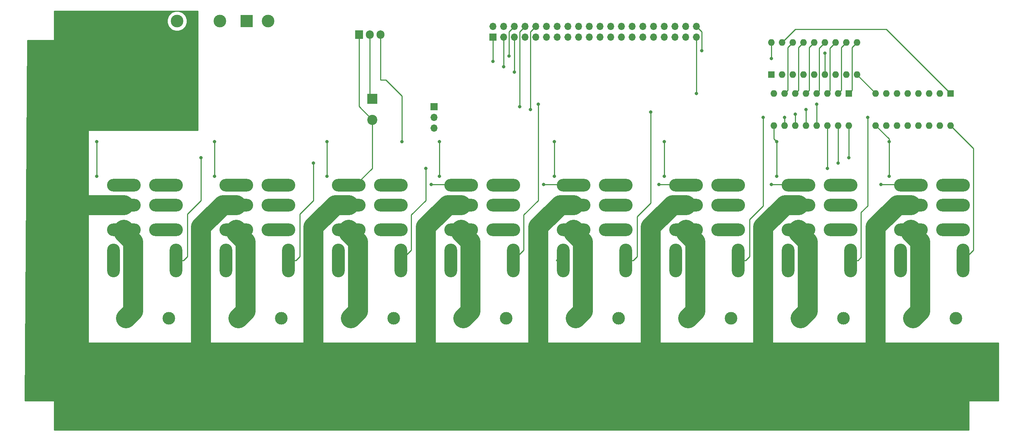
<source format=gbr>
%TF.GenerationSoftware,KiCad,Pcbnew,(5.1.12-1-10_14)*%
%TF.CreationDate,2022-01-09T10:09:14-08:00*%
%TF.ProjectId,RPI_Remote_Power_Controller,5250495f-5265-46d6-9f74-655f506f7765,0.1*%
%TF.SameCoordinates,Original*%
%TF.FileFunction,Copper,L1,Top*%
%TF.FilePolarity,Positive*%
%FSLAX46Y46*%
G04 Gerber Fmt 4.6, Leading zero omitted, Abs format (unit mm)*
G04 Created by KiCad (PCBNEW (5.1.12-1-10_14)) date 2022-01-09 10:09:14*
%MOMM*%
%LPD*%
G01*
G04 APERTURE LIST*
%TA.AperFunction,ComponentPad*%
%ADD10O,8.000000X3.000000*%
%TD*%
%TA.AperFunction,ComponentPad*%
%ADD11O,3.000000X8.000000*%
%TD*%
%TA.AperFunction,ComponentPad*%
%ADD12R,1.700000X1.700000*%
%TD*%
%TA.AperFunction,ComponentPad*%
%ADD13O,1.700000X1.700000*%
%TD*%
%TA.AperFunction,ComponentPad*%
%ADD14C,2.400000*%
%TD*%
%TA.AperFunction,ComponentPad*%
%ADD15R,2.400000X2.400000*%
%TD*%
%TA.AperFunction,ComponentPad*%
%ADD16R,1.905000X2.000000*%
%TD*%
%TA.AperFunction,ComponentPad*%
%ADD17O,1.905000X2.000000*%
%TD*%
%TA.AperFunction,ComponentPad*%
%ADD18R,1.600000X1.600000*%
%TD*%
%TA.AperFunction,ComponentPad*%
%ADD19O,1.600000X1.600000*%
%TD*%
%TA.AperFunction,ComponentPad*%
%ADD20R,3.000000X3.000000*%
%TD*%
%TA.AperFunction,ComponentPad*%
%ADD21C,3.000000*%
%TD*%
%TA.AperFunction,ViaPad*%
%ADD22C,0.800000*%
%TD*%
%TA.AperFunction,Conductor*%
%ADD23C,4.750000*%
%TD*%
%TA.AperFunction,Conductor*%
%ADD24C,0.250000*%
%TD*%
%TA.AperFunction,Conductor*%
%ADD25C,0.254000*%
%TD*%
%TA.AperFunction,Conductor*%
%ADD26C,0.100000*%
%TD*%
G04 APERTURE END LIST*
D10*
%TO.P,SW3,1*%
%TO.N,GND*%
X102315000Y-89770000D03*
%TO.P,SW3,2*%
X112315000Y-89750000D03*
%TO.P,SW3,3*%
%TO.N,Mains_Hot*%
X102315000Y-94460000D03*
%TO.P,SW3,4*%
%TO.N,Mains_Neutral*%
X112315000Y-94460000D03*
%TO.P,SW3,5*%
%TO.N,O3_Hot*%
X102315000Y-100360000D03*
%TO.P,SW3,6*%
%TO.N,O3_Neutral*%
X112315000Y-100360000D03*
D11*
%TO.P,SW3,7*%
%TO.N,+12V*%
X99915000Y-107610000D03*
%TO.P,SW3,8*%
%TO.N,Net-(SW3-Pad8)*%
X114715000Y-107610000D03*
%TD*%
D12*
%TO.P,J11,1*%
%TO.N,Net-(J11-Pad1)*%
X136525000Y-54610000D03*
D13*
%TO.P,J11,2*%
%TO.N,+5V*%
X136525000Y-52070000D03*
%TO.P,J11,3*%
%TO.N,Net-(J11-Pad3)*%
X139065000Y-54610000D03*
%TO.P,J11,4*%
%TO.N,+5V*%
X139065000Y-52070000D03*
%TO.P,J11,5*%
%TO.N,Net-(J11-Pad5)*%
X141605000Y-54610000D03*
%TO.P,J11,6*%
%TO.N,GND*%
X141605000Y-52070000D03*
%TO.P,J11,7*%
%TO.N,Net-(J11-Pad7)*%
X144145000Y-54610000D03*
%TO.P,J11,8*%
%TO.N,Net-(J11-Pad8)*%
X144145000Y-52070000D03*
%TO.P,J11,9*%
%TO.N,GND*%
X146685000Y-54610000D03*
%TO.P,J11,10*%
%TO.N,Net-(J11-Pad10)*%
X146685000Y-52070000D03*
%TO.P,J11,11*%
%TO.N,Net-(J11-Pad11)*%
X149225000Y-54610000D03*
%TO.P,J11,12*%
%TO.N,Net-(J11-Pad12)*%
X149225000Y-52070000D03*
%TO.P,J11,13*%
%TO.N,Net-(J11-Pad13)*%
X151765000Y-54610000D03*
%TO.P,J11,14*%
%TO.N,GND*%
X151765000Y-52070000D03*
%TO.P,J11,15*%
%TO.N,Net-(J11-Pad15)*%
X154305000Y-54610000D03*
%TO.P,J11,16*%
%TO.N,Net-(J11-Pad16)*%
X154305000Y-52070000D03*
%TO.P,J11,17*%
%TO.N,Net-(J11-Pad17)*%
X156845000Y-54610000D03*
%TO.P,J11,18*%
%TO.N,Net-(J11-Pad18)*%
X156845000Y-52070000D03*
%TO.P,J11,19*%
%TO.N,Net-(J11-Pad19)*%
X159385000Y-54610000D03*
%TO.P,J11,20*%
%TO.N,GND*%
X159385000Y-52070000D03*
%TO.P,J11,21*%
%TO.N,Net-(J11-Pad21)*%
X161925000Y-54610000D03*
%TO.P,J11,22*%
%TO.N,Net-(J11-Pad22)*%
X161925000Y-52070000D03*
%TO.P,J11,23*%
%TO.N,Net-(J11-Pad23)*%
X164465000Y-54610000D03*
%TO.P,J11,24*%
%TO.N,Net-(J11-Pad24)*%
X164465000Y-52070000D03*
%TO.P,J11,25*%
%TO.N,GND*%
X167005000Y-54610000D03*
%TO.P,J11,26*%
%TO.N,Net-(J11-Pad26)*%
X167005000Y-52070000D03*
%TO.P,J11,27*%
%TO.N,Net-(J11-Pad27)*%
X169545000Y-54610000D03*
%TO.P,J11,28*%
%TO.N,Net-(J11-Pad28)*%
X169545000Y-52070000D03*
%TO.P,J11,29*%
%TO.N,Net-(J11-Pad29)*%
X172085000Y-54610000D03*
%TO.P,J11,30*%
%TO.N,GND*%
X172085000Y-52070000D03*
%TO.P,J11,31*%
%TO.N,Net-(J11-Pad31)*%
X174625000Y-54610000D03*
%TO.P,J11,32*%
%TO.N,Net-(J11-Pad32)*%
X174625000Y-52070000D03*
%TO.P,J11,33*%
%TO.N,Net-(J11-Pad33)*%
X177165000Y-54610000D03*
%TO.P,J11,34*%
%TO.N,GND*%
X177165000Y-52070000D03*
%TO.P,J11,35*%
%TO.N,Net-(J11-Pad35)*%
X179705000Y-54610000D03*
%TO.P,J11,36*%
%TO.N,Net-(J11-Pad36)*%
X179705000Y-52070000D03*
%TO.P,J11,37*%
%TO.N,Net-(J11-Pad37)*%
X182245000Y-54610000D03*
%TO.P,J11,38*%
%TO.N,Net-(J11-Pad38)*%
X182245000Y-52070000D03*
%TO.P,J11,39*%
%TO.N,GND*%
X184785000Y-54610000D03*
%TO.P,J11,40*%
%TO.N,Net-(J11-Pad40)*%
X184785000Y-52070000D03*
%TD*%
D14*
%TO.P,C1,2*%
%TO.N,GND*%
X107950000Y-74215000D03*
D15*
%TO.P,C1,1*%
%TO.N,+5V*%
X107950000Y-69215000D03*
%TD*%
D12*
%TO.P,J9,1*%
%TO.N,Net-(J11-Pad8)*%
X122555000Y-71120000D03*
D13*
%TO.P,J9,2*%
%TO.N,Net-(J11-Pad10)*%
X122555000Y-73660000D03*
%TO.P,J9,3*%
%TO.N,GND*%
X122555000Y-76200000D03*
%TD*%
D10*
%TO.P,SW1,1*%
%TO.N,GND*%
X48975000Y-89770000D03*
%TO.P,SW1,2*%
X58975000Y-89750000D03*
%TO.P,SW1,3*%
%TO.N,Mains_Hot*%
X48975000Y-94460000D03*
%TO.P,SW1,4*%
%TO.N,Mains_Neutral*%
X58975000Y-94460000D03*
%TO.P,SW1,5*%
%TO.N,O1_Hot*%
X48975000Y-100360000D03*
%TO.P,SW1,6*%
%TO.N,O1_Neutral*%
X58975000Y-100360000D03*
D11*
%TO.P,SW1,7*%
%TO.N,+12V*%
X46575000Y-107610000D03*
%TO.P,SW1,8*%
%TO.N,Net-(SW1-Pad8)*%
X61375000Y-107610000D03*
%TD*%
%TO.P,SW2,8*%
%TO.N,Net-(SW2-Pad8)*%
X88045000Y-107610000D03*
%TO.P,SW2,7*%
%TO.N,+12V*%
X73245000Y-107610000D03*
D10*
%TO.P,SW2,6*%
%TO.N,O2_Neutral*%
X85645000Y-100360000D03*
%TO.P,SW2,5*%
%TO.N,O2_Hot*%
X75645000Y-100360000D03*
%TO.P,SW2,4*%
%TO.N,Mains_Neutral*%
X85645000Y-94460000D03*
%TO.P,SW2,3*%
%TO.N,Mains_Hot*%
X75645000Y-94460000D03*
%TO.P,SW2,2*%
%TO.N,GND*%
X85645000Y-89750000D03*
%TO.P,SW2,1*%
X75645000Y-89770000D03*
%TD*%
D11*
%TO.P,SW4,8*%
%TO.N,Net-(SW4-Pad8)*%
X141385000Y-107610000D03*
%TO.P,SW4,7*%
%TO.N,+12V*%
X126585000Y-107610000D03*
D10*
%TO.P,SW4,6*%
%TO.N,O4_Neutral*%
X138985000Y-100360000D03*
%TO.P,SW4,5*%
%TO.N,O4_Hot*%
X128985000Y-100360000D03*
%TO.P,SW4,4*%
%TO.N,Mains_Neutral*%
X138985000Y-94460000D03*
%TO.P,SW4,3*%
%TO.N,Mains_Hot*%
X128985000Y-94460000D03*
%TO.P,SW4,2*%
%TO.N,GND*%
X138985000Y-89750000D03*
%TO.P,SW4,1*%
X128985000Y-89770000D03*
%TD*%
%TO.P,SW5,1*%
%TO.N,GND*%
X155655000Y-89770000D03*
%TO.P,SW5,2*%
X165655000Y-89750000D03*
%TO.P,SW5,3*%
%TO.N,Mains_Hot*%
X155655000Y-94460000D03*
%TO.P,SW5,4*%
%TO.N,Mains_Neutral*%
X165655000Y-94460000D03*
%TO.P,SW5,5*%
%TO.N,O5_Hot*%
X155655000Y-100360000D03*
%TO.P,SW5,6*%
%TO.N,O5_Neutral*%
X165655000Y-100360000D03*
D11*
%TO.P,SW5,7*%
%TO.N,+12V*%
X153255000Y-107610000D03*
%TO.P,SW5,8*%
%TO.N,Net-(SW5-Pad8)*%
X168055000Y-107610000D03*
%TD*%
%TO.P,SW6,8*%
%TO.N,Net-(SW6-Pad8)*%
X194725000Y-107610000D03*
%TO.P,SW6,7*%
%TO.N,+12V*%
X179925000Y-107610000D03*
D10*
%TO.P,SW6,6*%
%TO.N,O6_Neutral*%
X192325000Y-100360000D03*
%TO.P,SW6,5*%
%TO.N,O6_Hot*%
X182325000Y-100360000D03*
%TO.P,SW6,4*%
%TO.N,Mains_Neutral*%
X192325000Y-94460000D03*
%TO.P,SW6,3*%
%TO.N,Mains_Hot*%
X182325000Y-94460000D03*
%TO.P,SW6,2*%
%TO.N,GND*%
X192325000Y-89750000D03*
%TO.P,SW6,1*%
X182325000Y-89770000D03*
%TD*%
%TO.P,SW7,1*%
%TO.N,GND*%
X208995000Y-89770000D03*
%TO.P,SW7,2*%
X218995000Y-89750000D03*
%TO.P,SW7,3*%
%TO.N,Mains_Hot*%
X208995000Y-94460000D03*
%TO.P,SW7,4*%
%TO.N,Mains_Neutral*%
X218995000Y-94460000D03*
%TO.P,SW7,5*%
%TO.N,O7_Hot*%
X208995000Y-100360000D03*
%TO.P,SW7,6*%
%TO.N,O7_Neutral*%
X218995000Y-100360000D03*
D11*
%TO.P,SW7,7*%
%TO.N,+12V*%
X206595000Y-107610000D03*
%TO.P,SW7,8*%
%TO.N,Net-(SW7-Pad8)*%
X221395000Y-107610000D03*
%TD*%
%TO.P,SW8,8*%
%TO.N,Net-(SW8-Pad8)*%
X248065000Y-107610000D03*
%TO.P,SW8,7*%
%TO.N,+12V*%
X233265000Y-107610000D03*
D10*
%TO.P,SW8,6*%
%TO.N,O8_Neutral*%
X245665000Y-100360000D03*
%TO.P,SW8,5*%
%TO.N,O8_Hot*%
X235665000Y-100360000D03*
%TO.P,SW8,4*%
%TO.N,Mains_Neutral*%
X245665000Y-94460000D03*
%TO.P,SW8,3*%
%TO.N,Mains_Hot*%
X235665000Y-94460000D03*
%TO.P,SW8,2*%
%TO.N,GND*%
X245665000Y-89750000D03*
%TO.P,SW8,1*%
X235665000Y-89770000D03*
%TD*%
D16*
%TO.P,U1,1*%
%TO.N,GND*%
X104775000Y-53975000D03*
D17*
%TO.P,U1,2*%
%TO.N,+5V*%
X107315000Y-53975000D03*
%TO.P,U1,3*%
%TO.N,+12V*%
X109855000Y-53975000D03*
%TD*%
D18*
%TO.P,U2,1*%
%TO.N,Net-(J11-Pad5)*%
X202565000Y-63500000D03*
D19*
%TO.P,U2,10*%
%TO.N,Net-(U2-Pad10)*%
X222885000Y-55880000D03*
%TO.P,U2,2*%
%TO.N,Net-(J11-Pad3)*%
X205105000Y-63500000D03*
%TO.P,U2,11*%
%TO.N,Net-(U2-Pad11)*%
X220345000Y-55880000D03*
%TO.P,U2,3*%
%TO.N,GND*%
X207645000Y-63500000D03*
%TO.P,U2,12*%
%TO.N,Net-(U2-Pad12)*%
X217805000Y-55880000D03*
%TO.P,U2,4*%
%TO.N,GND*%
X210185000Y-63500000D03*
%TO.P,U2,13*%
%TO.N,Net-(U2-Pad13)*%
X215265000Y-55880000D03*
%TO.P,U2,5*%
%TO.N,GND*%
X212725000Y-63500000D03*
%TO.P,U2,14*%
%TO.N,Net-(U2-Pad14)*%
X212725000Y-55880000D03*
%TO.P,U2,6*%
%TO.N,Net-(J11-Pad40)*%
X215265000Y-63500000D03*
%TO.P,U2,15*%
%TO.N,Net-(U2-Pad15)*%
X210185000Y-55880000D03*
%TO.P,U2,7*%
%TO.N,Net-(U2-Pad7)*%
X217805000Y-63500000D03*
%TO.P,U2,16*%
%TO.N,Net-(U2-Pad16)*%
X207645000Y-55880000D03*
%TO.P,U2,8*%
%TO.N,Net-(U2-Pad8)*%
X220345000Y-63500000D03*
%TO.P,U2,17*%
%TO.N,Net-(U2-Pad17)*%
X205105000Y-55880000D03*
%TO.P,U2,9*%
%TO.N,GND*%
X222885000Y-63500000D03*
%TO.P,U2,18*%
%TO.N,Net-(J11-Pad1)*%
X202565000Y-55880000D03*
%TD*%
%TO.P,U3,16*%
%TO.N,Net-(SW1-Pad8)*%
X220980000Y-75565000D03*
%TO.P,U3,8*%
%TO.N,GND*%
X203200000Y-67945000D03*
%TO.P,U3,15*%
%TO.N,Net-(SW2-Pad8)*%
X218440000Y-75565000D03*
%TO.P,U3,7*%
%TO.N,Net-(U2-Pad16)*%
X205740000Y-67945000D03*
%TO.P,U3,14*%
%TO.N,Net-(SW3-Pad8)*%
X215900000Y-75565000D03*
%TO.P,U3,6*%
%TO.N,Net-(U2-Pad15)*%
X208280000Y-67945000D03*
%TO.P,U3,13*%
%TO.N,Net-(SW4-Pad8)*%
X213360000Y-75565000D03*
%TO.P,U3,5*%
%TO.N,Net-(U2-Pad14)*%
X210820000Y-67945000D03*
%TO.P,U3,12*%
%TO.N,Net-(SW5-Pad8)*%
X210820000Y-75565000D03*
%TO.P,U3,4*%
%TO.N,Net-(U2-Pad13)*%
X213360000Y-67945000D03*
%TO.P,U3,11*%
%TO.N,Net-(SW6-Pad8)*%
X208280000Y-75565000D03*
%TO.P,U3,3*%
%TO.N,Net-(U2-Pad12)*%
X215900000Y-67945000D03*
%TO.P,U3,10*%
%TO.N,Net-(SW7-Pad8)*%
X205740000Y-75565000D03*
%TO.P,U3,2*%
%TO.N,Net-(U2-Pad11)*%
X218440000Y-67945000D03*
%TO.P,U3,9*%
%TO.N,+12V*%
X203200000Y-75565000D03*
D18*
%TO.P,U3,1*%
%TO.N,Net-(U2-Pad10)*%
X220980000Y-67945000D03*
%TD*%
%TO.P,U4,1*%
%TO.N,Net-(U2-Pad17)*%
X245110000Y-67945000D03*
D19*
%TO.P,U4,9*%
%TO.N,+12V*%
X227330000Y-75565000D03*
%TO.P,U4,2*%
%TO.N,Net-(U4-Pad2)*%
X242570000Y-67945000D03*
%TO.P,U4,10*%
%TO.N,Net-(U4-Pad10)*%
X229870000Y-75565000D03*
%TO.P,U4,3*%
%TO.N,Net-(U4-Pad3)*%
X240030000Y-67945000D03*
%TO.P,U4,11*%
%TO.N,Net-(U4-Pad11)*%
X232410000Y-75565000D03*
%TO.P,U4,4*%
%TO.N,Net-(U4-Pad4)*%
X237490000Y-67945000D03*
%TO.P,U4,12*%
%TO.N,Net-(U4-Pad12)*%
X234950000Y-75565000D03*
%TO.P,U4,5*%
%TO.N,Net-(U4-Pad5)*%
X234950000Y-67945000D03*
%TO.P,U4,13*%
%TO.N,Net-(U4-Pad13)*%
X237490000Y-75565000D03*
%TO.P,U4,6*%
%TO.N,Net-(U4-Pad6)*%
X232410000Y-67945000D03*
%TO.P,U4,14*%
%TO.N,Net-(U4-Pad14)*%
X240030000Y-75565000D03*
%TO.P,U4,7*%
%TO.N,Net-(U4-Pad7)*%
X229870000Y-67945000D03*
%TO.P,U4,15*%
%TO.N,Net-(U4-Pad15)*%
X242570000Y-75565000D03*
%TO.P,U4,8*%
%TO.N,GND*%
X227330000Y-67945000D03*
%TO.P,U4,16*%
%TO.N,Net-(SW8-Pad8)*%
X245110000Y-75565000D03*
%TD*%
D20*
%TO.P,J12,1*%
%TO.N,+12V*%
X78105000Y-50800000D03*
D21*
%TO.P,J12,2*%
%TO.N,GND*%
X83185000Y-50800000D03*
%TD*%
D20*
%TO.P,J10,1*%
%TO.N,Mains_Hot*%
X51435000Y-50800000D03*
D21*
%TO.P,J10,2*%
%TO.N,Mains_Neutral*%
X61595000Y-50800000D03*
%TO.P,J10,3*%
%TO.N,GND*%
X71755000Y-50800000D03*
%TD*%
%TO.P,J1,2*%
%TO.N,O1_Neutral*%
X59690000Y-121285000D03*
D20*
%TO.P,J1,1*%
%TO.N,O1_Hot*%
X49530000Y-121285000D03*
%TD*%
%TO.P,J2,1*%
%TO.N,O2_Hot*%
X76200000Y-121285000D03*
D21*
%TO.P,J2,2*%
%TO.N,O2_Neutral*%
X86360000Y-121285000D03*
%TD*%
D20*
%TO.P,J3,1*%
%TO.N,O3_Hot*%
X102870000Y-121285000D03*
D21*
%TO.P,J3,2*%
%TO.N,O3_Neutral*%
X113030000Y-121285000D03*
%TD*%
%TO.P,J4,2*%
%TO.N,O4_Neutral*%
X139700000Y-121285000D03*
D20*
%TO.P,J4,1*%
%TO.N,O4_Hot*%
X129540000Y-121285000D03*
%TD*%
%TO.P,J5,1*%
%TO.N,O5_Hot*%
X156210000Y-121285000D03*
D21*
%TO.P,J5,2*%
%TO.N,O5_Neutral*%
X166370000Y-121285000D03*
%TD*%
%TO.P,J6,2*%
%TO.N,O6_Neutral*%
X193040000Y-121285000D03*
D20*
%TO.P,J6,1*%
%TO.N,O6_Hot*%
X182880000Y-121285000D03*
%TD*%
%TO.P,J7,1*%
%TO.N,O7_Hot*%
X209550000Y-121285000D03*
D21*
%TO.P,J7,2*%
%TO.N,O7_Neutral*%
X219710000Y-121285000D03*
%TD*%
%TO.P,J8,2*%
%TO.N,O8_Neutral*%
X246380000Y-121285000D03*
D20*
%TO.P,J8,1*%
%TO.N,O8_Hot*%
X236220000Y-121285000D03*
%TD*%
D22*
%TO.N,Net-(J11-Pad8)*%
X142875000Y-71120000D03*
%TO.N,Net-(J11-Pad10)*%
X145415000Y-71755000D03*
%TO.N,GND*%
X184785000Y-67945000D03*
X140335000Y-59055000D03*
X148590000Y-89535000D03*
X175895000Y-89535000D03*
X202565000Y-89535000D03*
X228600000Y-89535000D03*
X121920000Y-89535000D03*
%TO.N,Net-(J11-Pad1)*%
X202565000Y-59690000D03*
X136525000Y-60325000D03*
%TO.N,Net-(J11-Pad3)*%
X139065000Y-61595000D03*
%TO.N,Net-(J11-Pad5)*%
X141605000Y-62865000D03*
%TO.N,Net-(J11-Pad40)*%
X186055000Y-57785000D03*
X215265000Y-58420000D03*
%TO.N,+12V*%
X114935000Y-79375000D03*
X42545000Y-79375000D03*
X42545000Y-87630000D03*
X70485000Y-87630000D03*
X70485000Y-79375000D03*
X97155000Y-87630000D03*
X97155000Y-79375000D03*
X123825000Y-87630000D03*
X123825000Y-79375000D03*
X151130000Y-87630000D03*
X151130000Y-79375000D03*
X177165000Y-87630000D03*
X177165000Y-79375000D03*
X203835000Y-87630000D03*
X203835000Y-79375000D03*
X230505000Y-87630000D03*
X230505000Y-79375000D03*
%TO.N,Net-(SW1-Pad8)*%
X67310000Y-83185000D03*
X220980000Y-83185000D03*
%TO.N,Net-(SW2-Pad8)*%
X93980000Y-84455000D03*
X218440000Y-84455000D03*
%TO.N,Net-(SW3-Pad8)*%
X120650000Y-85725000D03*
X215900000Y-85725000D03*
%TO.N,Net-(SW4-Pad8)*%
X147320000Y-70485000D03*
X213360000Y-70485000D03*
%TO.N,Net-(SW5-Pad8)*%
X173990000Y-72390000D03*
X210820000Y-71755000D03*
%TO.N,Net-(SW6-Pad8)*%
X200660000Y-73660000D03*
X208280000Y-72885000D03*
%TO.N,Net-(SW7-Pad8)*%
X225425000Y-73660000D03*
X205740000Y-73660000D03*
%TD*%
D23*
%TO.N,O1_Hot*%
X51200010Y-119614990D02*
X49530000Y-121285000D01*
X51200010Y-103194259D02*
X51200010Y-119614990D01*
X48975000Y-100969249D02*
X51200010Y-103194259D01*
X48975000Y-100360000D02*
X48975000Y-100969249D01*
%TO.N,O2_Hot*%
X77870010Y-119614990D02*
X76200000Y-121285000D01*
X77870010Y-103194259D02*
X77870010Y-119614990D01*
X75645000Y-100969249D02*
X77870010Y-103194259D01*
X75645000Y-100360000D02*
X75645000Y-100969249D01*
%TO.N,O3_Hot*%
X104540010Y-119614990D02*
X102870000Y-121285000D01*
X104540010Y-103194259D02*
X104540010Y-119614990D01*
X102315000Y-100969249D02*
X104540010Y-103194259D01*
X102315000Y-100360000D02*
X102315000Y-100969249D01*
%TO.N,O4_Hot*%
X131210010Y-119614990D02*
X129540000Y-121285000D01*
X131210010Y-103194259D02*
X131210010Y-119614990D01*
X128985000Y-100969249D02*
X131210010Y-103194259D01*
X128985000Y-100360000D02*
X128985000Y-100969249D01*
%TO.N,O5_Hot*%
X157880010Y-119614990D02*
X156210000Y-121285000D01*
X155655000Y-100969249D02*
X157880010Y-103194259D01*
X157880010Y-103194259D02*
X157880010Y-119614990D01*
X155655000Y-100360000D02*
X155655000Y-100969249D01*
%TO.N,O6_Hot*%
X184550010Y-119614990D02*
X182880000Y-121285000D01*
X184550010Y-103194259D02*
X184550010Y-119614990D01*
X182325000Y-100969249D02*
X184550010Y-103194259D01*
X182325000Y-100360000D02*
X182325000Y-100969249D01*
%TO.N,O7_Hot*%
X211220010Y-119614990D02*
X209550000Y-121285000D01*
X211220010Y-103194259D02*
X211220010Y-119614990D01*
X208995000Y-100969249D02*
X211220010Y-103194259D01*
X208995000Y-100360000D02*
X208995000Y-100969249D01*
%TO.N,O8_Hot*%
X237890010Y-119614990D02*
X236220000Y-121285000D01*
X237890010Y-103194259D02*
X237890010Y-119614990D01*
X235665000Y-100969249D02*
X237890010Y-103194259D01*
X235665000Y-100360000D02*
X235665000Y-100969249D01*
D24*
%TO.N,Net-(J11-Pad8)*%
X142875000Y-53340000D02*
X142875000Y-71120000D01*
X144145000Y-52070000D02*
X142875000Y-53340000D01*
%TO.N,Net-(J11-Pad10)*%
X145415000Y-53340000D02*
X145415000Y-71755000D01*
X146685000Y-52070000D02*
X145415000Y-53340000D01*
%TO.N,GND*%
X76735000Y-89770000D02*
X76755000Y-89750000D01*
X100865000Y-89770000D02*
X100885000Y-89750000D01*
X215805000Y-89750000D02*
X221535000Y-89750000D01*
X215785000Y-89770000D02*
X215805000Y-89750000D01*
X227330000Y-67945000D02*
X222885000Y-63500000D01*
X184785000Y-67945000D02*
X184785000Y-54610000D01*
X140335000Y-53340000D02*
X141605000Y-52070000D01*
X140335000Y-59055000D02*
X140335000Y-53340000D01*
X104775000Y-71040000D02*
X107950000Y-74215000D01*
X104775000Y-53975000D02*
X104775000Y-71040000D01*
X58955000Y-89770000D02*
X58975000Y-89750000D01*
X85625000Y-89770000D02*
X85645000Y-89750000D01*
X112295000Y-89770000D02*
X112315000Y-89750000D01*
X138965000Y-89770000D02*
X138985000Y-89750000D01*
X165635000Y-89770000D02*
X165655000Y-89750000D01*
X192305000Y-89770000D02*
X192325000Y-89750000D01*
X218975000Y-89770000D02*
X218995000Y-89750000D01*
X245645000Y-89770000D02*
X245665000Y-89750000D01*
X155420000Y-89535000D02*
X155655000Y-89770000D01*
X148590000Y-89535000D02*
X155420000Y-89535000D01*
X182090000Y-89535000D02*
X182325000Y-89770000D01*
X175895000Y-89535000D02*
X182090000Y-89535000D01*
X208760000Y-89535000D02*
X208995000Y-89770000D01*
X202565000Y-89535000D02*
X208760000Y-89535000D01*
X235430000Y-89535000D02*
X235665000Y-89770000D01*
X228600000Y-89535000D02*
X235430000Y-89535000D01*
X128750000Y-89535000D02*
X128985000Y-89770000D01*
X121920000Y-89535000D02*
X128750000Y-89535000D01*
X102315000Y-89770000D02*
X103905000Y-89770000D01*
X107950000Y-85725000D02*
X107950000Y-74215000D01*
X103905000Y-89770000D02*
X107950000Y-85725000D01*
D23*
%TO.N,Mains_Hot*%
X48975000Y-94460000D02*
X35715000Y-94460000D01*
X72504249Y-94460000D02*
X67310000Y-99654249D01*
X75645000Y-94460000D02*
X72504249Y-94460000D01*
X67310000Y-99654249D02*
X67310000Y-130175000D01*
X99174249Y-94460000D02*
X93980000Y-99654249D01*
X102315000Y-94460000D02*
X99174249Y-94460000D01*
X93980000Y-99654249D02*
X93980000Y-130175000D01*
X125844249Y-94460000D02*
X120650000Y-99654249D01*
X128985000Y-94460000D02*
X125844249Y-94460000D01*
X120650000Y-99654249D02*
X120650000Y-130175000D01*
X152514249Y-94460000D02*
X147320000Y-99654249D01*
X155655000Y-94460000D02*
X152514249Y-94460000D01*
X147320000Y-99654249D02*
X147320000Y-130175000D01*
X179184249Y-94460000D02*
X173990000Y-99654249D01*
X182325000Y-94460000D02*
X179184249Y-94460000D01*
X173990000Y-99654249D02*
X173990000Y-130175000D01*
X205854249Y-94460000D02*
X200660000Y-99654249D01*
X208995000Y-94460000D02*
X205854249Y-94460000D01*
X200660000Y-99654249D02*
X200660000Y-130175000D01*
X232524249Y-94460000D02*
X227330000Y-99654249D01*
X235665000Y-94460000D02*
X232524249Y-94460000D01*
X227330000Y-99654249D02*
X227330000Y-130175000D01*
D24*
%TO.N,Net-(J11-Pad1)*%
X202565000Y-55880000D02*
X202565000Y-59690000D01*
X136525000Y-54610000D02*
X136525000Y-60325000D01*
%TO.N,+5V*%
X136525000Y-52324998D02*
X136525000Y-52070000D01*
X107315000Y-68580000D02*
X107950000Y-69215000D01*
X107315000Y-53975000D02*
X107315000Y-68580000D01*
%TO.N,Net-(J11-Pad3)*%
X139065000Y-54610000D02*
X139065000Y-61595000D01*
%TO.N,Net-(J11-Pad5)*%
X141605000Y-54610000D02*
X141605000Y-62865000D01*
%TO.N,Net-(J11-Pad40)*%
X186055000Y-53340000D02*
X186055000Y-57785000D01*
X184785000Y-52070000D02*
X186055000Y-53340000D01*
X215265000Y-58420000D02*
X215265000Y-63500000D01*
%TO.N,+12V*%
X151545000Y-107610000D02*
X153749980Y-105405020D01*
X109855000Y-53975000D02*
X109855000Y-64770000D01*
X109855000Y-64770000D02*
X111125000Y-64770000D01*
X114935000Y-68580000D02*
X114935000Y-79375000D01*
X111125000Y-64770000D02*
X114935000Y-68580000D01*
X42545000Y-87630000D02*
X42545000Y-79375000D01*
X70485000Y-87630000D02*
X70485000Y-79375000D01*
X97155000Y-87630000D02*
X97155000Y-79375000D01*
X123825000Y-87630000D02*
X123825000Y-79375000D01*
X151130000Y-87630000D02*
X151130000Y-79375000D01*
X177165000Y-87630000D02*
X177165000Y-79375000D01*
X203835000Y-87630000D02*
X203835000Y-79375000D01*
X230505000Y-87630000D02*
X230505000Y-79375000D01*
X203200000Y-78740000D02*
X203835000Y-79375000D01*
X203200000Y-75565000D02*
X203200000Y-78740000D01*
X230505000Y-78740000D02*
X230505000Y-79375000D01*
X227330000Y-75565000D02*
X230505000Y-78740000D01*
%TO.N,Net-(SW1-Pad8)*%
X64059990Y-106675010D02*
X64059990Y-96595010D01*
X63125000Y-107610000D02*
X64059990Y-106675010D01*
X61375000Y-107610000D02*
X63125000Y-107610000D01*
X67310000Y-93345000D02*
X67310000Y-83185000D01*
X64059990Y-96595010D02*
X67310000Y-93345000D01*
X220980000Y-83185000D02*
X220980000Y-75565000D01*
%TO.N,Net-(SW2-Pad8)*%
X88045000Y-107610000D02*
X89795000Y-107610000D01*
X90729990Y-106675010D02*
X90729990Y-96595010D01*
X89795000Y-107610000D02*
X90729990Y-106675010D01*
X93980000Y-93345000D02*
X93980000Y-84455000D01*
X90729990Y-96595010D02*
X93980000Y-93345000D01*
X218440000Y-84455000D02*
X218440000Y-75565000D01*
%TO.N,Net-(SW3-Pad8)*%
X117190010Y-105134990D02*
X117190010Y-96804990D01*
X114715000Y-107610000D02*
X117190010Y-105134990D01*
X120650000Y-93345000D02*
X120650000Y-85725000D01*
X117190010Y-96804990D02*
X120650000Y-93345000D01*
X215900000Y-85725000D02*
X215900000Y-75565000D01*
%TO.N,Net-(SW4-Pad8)*%
X143860010Y-105134990D02*
X143860010Y-96804990D01*
X141385000Y-107610000D02*
X143860010Y-105134990D01*
X147320000Y-93345000D02*
X147320000Y-70485000D01*
X143860010Y-96804990D02*
X147320000Y-93345000D01*
X213360000Y-70485000D02*
X213360000Y-75565000D01*
%TO.N,Net-(SW5-Pad8)*%
X170739990Y-106675010D02*
X170739990Y-97230010D01*
X169805000Y-107610000D02*
X170739990Y-106675010D01*
X168055000Y-107610000D02*
X169805000Y-107610000D01*
X173990000Y-93980000D02*
X173990000Y-72390000D01*
X170739990Y-97230010D02*
X173990000Y-93980000D01*
X210820000Y-71755000D02*
X210820000Y-75565000D01*
%TO.N,Net-(SW6-Pad8)*%
X194725000Y-107610000D02*
X196475000Y-107610000D01*
X197409990Y-106675010D02*
X197409990Y-97865010D01*
X196475000Y-107610000D02*
X197409990Y-106675010D01*
X200660000Y-94615000D02*
X200660000Y-73660000D01*
X197409990Y-97865010D02*
X200660000Y-94615000D01*
X208280000Y-72885000D02*
X208280000Y-75565000D01*
%TO.N,Net-(SW7-Pad8)*%
X223870010Y-106884990D02*
X223870010Y-96169990D01*
X223145000Y-107610000D02*
X223870010Y-106884990D01*
X221395000Y-107610000D02*
X223145000Y-107610000D01*
X225425000Y-94615000D02*
X225425000Y-73660000D01*
X223870010Y-96169990D02*
X225425000Y-94615000D01*
X205740000Y-73660000D02*
X205740000Y-75565000D01*
%TO.N,Net-(SW8-Pad8)*%
X250540010Y-80995010D02*
X245110000Y-75565000D01*
X250540010Y-105134990D02*
X250540010Y-80995010D01*
X248065000Y-107610000D02*
X250540010Y-105134990D01*
%TO.N,Net-(U2-Pad10)*%
X221709999Y-67215001D02*
X220980000Y-67945000D01*
X221709999Y-57055001D02*
X221709999Y-67215001D01*
X222885000Y-55880000D02*
X221709999Y-57055001D01*
%TO.N,Net-(U2-Pad11)*%
X219169999Y-67215001D02*
X218440000Y-67945000D01*
X219169999Y-57055001D02*
X219169999Y-67215001D01*
X220345000Y-55880000D02*
X219169999Y-57055001D01*
%TO.N,Net-(U2-Pad12)*%
X216440001Y-67404999D02*
X215900000Y-67945000D01*
X216440001Y-57244999D02*
X216440001Y-67404999D01*
X217805000Y-55880000D02*
X216440001Y-57244999D01*
%TO.N,Net-(U2-Pad13)*%
X213900001Y-67404999D02*
X213360000Y-67945000D01*
X213900001Y-57244999D02*
X213900001Y-67404999D01*
X215265000Y-55880000D02*
X213900001Y-57244999D01*
%TO.N,Net-(U2-Pad14)*%
X211549999Y-67215001D02*
X210820000Y-67945000D01*
X211549999Y-57055001D02*
X211549999Y-67215001D01*
X212725000Y-55880000D02*
X211549999Y-57055001D01*
%TO.N,Net-(U2-Pad15)*%
X208770001Y-67454999D02*
X208280000Y-67945000D01*
X209009999Y-67215001D02*
X208280000Y-67945000D01*
X209009999Y-57055001D02*
X209009999Y-67215001D01*
X210185000Y-55880000D02*
X209009999Y-57055001D01*
%TO.N,Net-(U2-Pad16)*%
X206469999Y-67215001D02*
X205740000Y-67945000D01*
X206469999Y-57055001D02*
X206469999Y-67215001D01*
X207645000Y-55880000D02*
X206469999Y-57055001D01*
%TO.N,Net-(U2-Pad17)*%
X245110000Y-67945000D02*
X229870000Y-52705000D01*
X208280000Y-52705000D02*
X205105000Y-55880000D01*
X229870000Y-52705000D02*
X208280000Y-52705000D01*
%TD*%
D25*
%TO.N,Mains_Hot*%
X66548000Y-76708000D02*
X40640000Y-76708000D01*
X40615224Y-76710440D01*
X40591399Y-76717667D01*
X40569443Y-76729403D01*
X40550197Y-76745197D01*
X40534403Y-76764443D01*
X40522667Y-76786399D01*
X40515440Y-76810224D01*
X40513000Y-76835000D01*
X40513000Y-127000000D01*
X40515440Y-127024776D01*
X40522667Y-127048601D01*
X40534403Y-127070557D01*
X40550197Y-127089803D01*
X40569443Y-127105597D01*
X40591399Y-127117333D01*
X40615224Y-127124560D01*
X40640000Y-127127000D01*
X256413000Y-127127000D01*
X256413000Y-140843000D01*
X249555000Y-140843000D01*
X249530224Y-140845440D01*
X249506399Y-140852667D01*
X249484443Y-140864403D01*
X249465197Y-140880197D01*
X249449403Y-140899443D01*
X249437667Y-140921399D01*
X249430440Y-140945224D01*
X249428000Y-140970000D01*
X249428000Y-147828000D01*
X32512000Y-147828000D01*
X32512000Y-140970000D01*
X32509560Y-140945224D01*
X32502333Y-140921399D01*
X32490597Y-140899443D01*
X32474803Y-140880197D01*
X32455557Y-140864403D01*
X32433601Y-140852667D01*
X32409776Y-140845440D01*
X32385000Y-140843000D01*
X25527945Y-140843000D01*
X26161063Y-55372000D01*
X32385000Y-55372000D01*
X32409776Y-55369560D01*
X32433601Y-55362333D01*
X32455557Y-55350597D01*
X32474803Y-55334803D01*
X32490597Y-55315557D01*
X32502333Y-55293601D01*
X32509560Y-55269776D01*
X32512000Y-55245000D01*
X32512000Y-50565886D01*
X59218000Y-50565886D01*
X59218000Y-51034114D01*
X59309347Y-51493345D01*
X59488530Y-51925932D01*
X59748664Y-52315249D01*
X60079751Y-52646336D01*
X60469068Y-52906470D01*
X60901655Y-53085653D01*
X61360886Y-53177000D01*
X61829114Y-53177000D01*
X62288345Y-53085653D01*
X62720932Y-52906470D01*
X63110249Y-52646336D01*
X63441336Y-52315249D01*
X63701470Y-51925932D01*
X63880653Y-51493345D01*
X63972000Y-51034114D01*
X63972000Y-50565886D01*
X63880653Y-50106655D01*
X63701470Y-49674068D01*
X63441336Y-49284751D01*
X63110249Y-48953664D01*
X62720932Y-48693530D01*
X62288345Y-48514347D01*
X61829114Y-48423000D01*
X61360886Y-48423000D01*
X60901655Y-48514347D01*
X60469068Y-48693530D01*
X60079751Y-48953664D01*
X59748664Y-49284751D01*
X59488530Y-49674068D01*
X59309347Y-50106655D01*
X59218000Y-50565886D01*
X32512000Y-50565886D01*
X32512000Y-48387000D01*
X66548000Y-48387000D01*
X66548000Y-76708000D01*
%TA.AperFunction,Conductor*%
D26*
G36*
X66548000Y-76708000D02*
G01*
X40640000Y-76708000D01*
X40615224Y-76710440D01*
X40591399Y-76717667D01*
X40569443Y-76729403D01*
X40550197Y-76745197D01*
X40534403Y-76764443D01*
X40522667Y-76786399D01*
X40515440Y-76810224D01*
X40513000Y-76835000D01*
X40513000Y-127000000D01*
X40515440Y-127024776D01*
X40522667Y-127048601D01*
X40534403Y-127070557D01*
X40550197Y-127089803D01*
X40569443Y-127105597D01*
X40591399Y-127117333D01*
X40615224Y-127124560D01*
X40640000Y-127127000D01*
X256413000Y-127127000D01*
X256413000Y-140843000D01*
X249555000Y-140843000D01*
X249530224Y-140845440D01*
X249506399Y-140852667D01*
X249484443Y-140864403D01*
X249465197Y-140880197D01*
X249449403Y-140899443D01*
X249437667Y-140921399D01*
X249430440Y-140945224D01*
X249428000Y-140970000D01*
X249428000Y-147828000D01*
X32512000Y-147828000D01*
X32512000Y-140970000D01*
X32509560Y-140945224D01*
X32502333Y-140921399D01*
X32490597Y-140899443D01*
X32474803Y-140880197D01*
X32455557Y-140864403D01*
X32433601Y-140852667D01*
X32409776Y-140845440D01*
X32385000Y-140843000D01*
X25527945Y-140843000D01*
X26161063Y-55372000D01*
X32385000Y-55372000D01*
X32409776Y-55369560D01*
X32433601Y-55362333D01*
X32455557Y-55350597D01*
X32474803Y-55334803D01*
X32490597Y-55315557D01*
X32502333Y-55293601D01*
X32509560Y-55269776D01*
X32512000Y-55245000D01*
X32512000Y-50565886D01*
X59218000Y-50565886D01*
X59218000Y-51034114D01*
X59309347Y-51493345D01*
X59488530Y-51925932D01*
X59748664Y-52315249D01*
X60079751Y-52646336D01*
X60469068Y-52906470D01*
X60901655Y-53085653D01*
X61360886Y-53177000D01*
X61829114Y-53177000D01*
X62288345Y-53085653D01*
X62720932Y-52906470D01*
X63110249Y-52646336D01*
X63441336Y-52315249D01*
X63701470Y-51925932D01*
X63880653Y-51493345D01*
X63972000Y-51034114D01*
X63972000Y-50565886D01*
X63880653Y-50106655D01*
X63701470Y-49674068D01*
X63441336Y-49284751D01*
X63110249Y-48953664D01*
X62720932Y-48693530D01*
X62288345Y-48514347D01*
X61829114Y-48423000D01*
X61360886Y-48423000D01*
X60901655Y-48514347D01*
X60469068Y-48693530D01*
X60079751Y-48953664D01*
X59748664Y-49284751D01*
X59488530Y-49674068D01*
X59309347Y-50106655D01*
X59218000Y-50565886D01*
X32512000Y-50565886D01*
X32512000Y-48387000D01*
X66548000Y-48387000D01*
X66548000Y-76708000D01*
G37*
%TD.AperFunction*%
%TD*%
M02*

</source>
